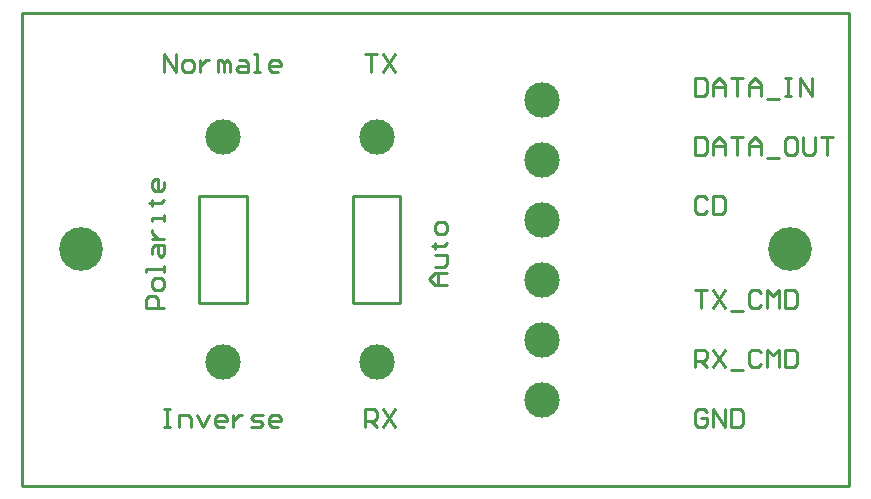
<source format=gtl>
%FSLAX25Y25*%
%MOIN*%
G70*
G01*
G75*
G04 Layer_Physical_Order=1*
G04 Layer_Color=255*
%ADD10C,0.01000*%
%ADD11C,0.14567*%
%ADD12C,0.11811*%
D10*
X346457Y257874D02*
Y259842D01*
Y257874D02*
X362205D01*
Y293307D01*
X346457D02*
X362205D01*
X346457Y259842D02*
Y293307D01*
X295276Y257874D02*
Y259842D01*
Y257874D02*
X311024D01*
Y293307D01*
X295276D02*
X311024D01*
X295276Y259842D02*
Y293307D01*
X283465Y334646D02*
Y340644D01*
X287463Y334646D01*
Y340644D01*
X290462Y334646D02*
X292462D01*
X293461Y335645D01*
Y337645D01*
X292462Y338644D01*
X290462D01*
X289463Y337645D01*
Y335645D01*
X290462Y334646D01*
X295461Y338644D02*
Y334646D01*
Y336645D01*
X296460Y337645D01*
X297460Y338644D01*
X298460D01*
X301459Y334646D02*
Y338644D01*
X302458D01*
X303458Y337645D01*
Y334646D01*
Y337645D01*
X304458Y338644D01*
X305457Y337645D01*
Y334646D01*
X308456Y338644D02*
X310456D01*
X311455Y337645D01*
Y334646D01*
X308456D01*
X307457Y335645D01*
X308456Y336645D01*
X311455D01*
X313455Y334646D02*
X315454D01*
X314455D01*
Y340644D01*
X313455D01*
X321452Y334646D02*
X319453D01*
X318453Y335645D01*
Y337645D01*
X319453Y338644D01*
X321452D01*
X322452Y337645D01*
Y336645D01*
X318453D01*
X350394Y340644D02*
X354392D01*
X352393D01*
Y334646D01*
X356392Y340644D02*
X360390Y334646D01*
Y340644D02*
X356392Y334646D01*
X350394Y216535D02*
Y222533D01*
X353393D01*
X354392Y221534D01*
Y219534D01*
X353393Y218535D01*
X350394D01*
X352393D02*
X354392Y216535D01*
X356392Y222533D02*
X360390Y216535D01*
Y222533D02*
X356392Y216535D01*
X283465Y222533D02*
X285464D01*
X284464D01*
Y216535D01*
X283465D01*
X285464D01*
X288463D02*
Y220534D01*
X291462D01*
X292462Y219534D01*
Y216535D01*
X294461Y220534D02*
X296460Y216535D01*
X298460Y220534D01*
X303458Y216535D02*
X301459D01*
X300459Y217535D01*
Y219534D01*
X301459Y220534D01*
X303458D01*
X304458Y219534D01*
Y218535D01*
X300459D01*
X306457Y220534D02*
Y216535D01*
Y218535D01*
X307457Y219534D01*
X308456Y220534D01*
X309456D01*
X312455Y216535D02*
X315454D01*
X316454Y217535D01*
X315454Y218535D01*
X313455D01*
X312455Y219534D01*
X313455Y220534D01*
X316454D01*
X321452Y216535D02*
X319453D01*
X318453Y217535D01*
Y219534D01*
X319453Y220534D01*
X321452D01*
X322452Y219534D01*
Y218535D01*
X318453D01*
X377953Y263779D02*
X373954D01*
X371955Y265779D01*
X373954Y267778D01*
X377953D01*
X374954D01*
Y263779D01*
X373954Y269778D02*
X376953D01*
X377953Y270777D01*
Y273776D01*
X373954D01*
X372954Y276775D02*
X373954D01*
Y275776D01*
Y277775D01*
Y276775D01*
X376953D01*
X377953Y277775D01*
Y281774D02*
Y283773D01*
X376953Y284773D01*
X374954D01*
X373954Y283773D01*
Y281774D01*
X374954Y280774D01*
X376953D01*
X377953Y281774D01*
X464629Y221534D02*
X463629Y222533D01*
X461630D01*
X460630Y221534D01*
Y217535D01*
X461630Y216535D01*
X463629D01*
X464629Y217535D01*
Y219534D01*
X462629D01*
X466628Y216535D02*
Y222533D01*
X470627Y216535D01*
Y222533D01*
X472626D02*
Y216535D01*
X475625D01*
X476625Y217535D01*
Y221534D01*
X475625Y222533D01*
X472626D01*
X460630Y236221D02*
Y242218D01*
X463629D01*
X464629Y241219D01*
Y239219D01*
X463629Y238220D01*
X460630D01*
X462629D02*
X464629Y236221D01*
X466628Y242218D02*
X470627Y236221D01*
Y242218D02*
X466628Y236221D01*
X472626Y235221D02*
X476625D01*
X482623Y241219D02*
X481623Y242218D01*
X479624D01*
X478624Y241219D01*
Y237220D01*
X479624Y236221D01*
X481623D01*
X482623Y237220D01*
X484622Y236221D02*
Y242218D01*
X486622Y240219D01*
X488621Y242218D01*
Y236221D01*
X490620Y242218D02*
Y236221D01*
X493619D01*
X494619Y237220D01*
Y241219D01*
X493619Y242218D01*
X490620D01*
X460630Y261904D02*
X464629D01*
X462629D01*
Y255906D01*
X466628Y261904D02*
X470627Y255906D01*
Y261904D02*
X466628Y255906D01*
X472626Y254906D02*
X476625D01*
X482623Y260904D02*
X481623Y261904D01*
X479624D01*
X478624Y260904D01*
Y256905D01*
X479624Y255906D01*
X481623D01*
X482623Y256905D01*
X484622Y255906D02*
Y261904D01*
X486622Y259904D01*
X488621Y261904D01*
Y255906D01*
X490620Y261904D02*
Y255906D01*
X493619D01*
X494619Y256905D01*
Y260904D01*
X493619Y261904D01*
X490620D01*
X464629Y292400D02*
X463629Y293400D01*
X461630D01*
X460630Y292400D01*
Y288401D01*
X461630Y287402D01*
X463629D01*
X464629Y288401D01*
X466628Y293400D02*
Y287402D01*
X469627D01*
X470627Y288401D01*
Y292400D01*
X469627Y293400D01*
X466628D01*
X460630Y313085D02*
Y307087D01*
X463629D01*
X464629Y308086D01*
Y312085D01*
X463629Y313085D01*
X460630D01*
X466628Y307087D02*
Y311085D01*
X468627Y313085D01*
X470627Y311085D01*
Y307087D01*
Y310086D01*
X466628D01*
X472626Y313085D02*
X476625D01*
X474625D01*
Y307087D01*
X478624D02*
Y311085D01*
X480623Y313085D01*
X482623Y311085D01*
Y307087D01*
Y310086D01*
X478624D01*
X484622Y306087D02*
X488621D01*
X493619Y313085D02*
X491620D01*
X490620Y312085D01*
Y308086D01*
X491620Y307087D01*
X493619D01*
X494619Y308086D01*
Y312085D01*
X493619Y313085D01*
X496618D02*
Y308086D01*
X497618Y307087D01*
X499617D01*
X500617Y308086D01*
Y313085D01*
X502616D02*
X506615D01*
X504616D01*
Y307087D01*
X460630Y332770D02*
Y326772D01*
X463629D01*
X464629Y327771D01*
Y331770D01*
X463629Y332770D01*
X460630D01*
X466628Y326772D02*
Y330770D01*
X468627Y332770D01*
X470627Y330770D01*
Y326772D01*
Y329771D01*
X466628D01*
X472626Y332770D02*
X476625D01*
X474625D01*
Y326772D01*
X478624D02*
Y330770D01*
X480623Y332770D01*
X482623Y330770D01*
Y326772D01*
Y329771D01*
X478624D01*
X484622Y325772D02*
X488621D01*
X490620Y332770D02*
X492620D01*
X491620D01*
Y326772D01*
X490620D01*
X492620D01*
X495619D02*
Y332770D01*
X499617Y326772D01*
Y332770D01*
X283465Y255906D02*
X277467D01*
Y258905D01*
X278466Y259904D01*
X280466D01*
X281465Y258905D01*
Y255906D01*
X283465Y262903D02*
Y264903D01*
X282465Y265902D01*
X280466D01*
X279466Y264903D01*
Y262903D01*
X280466Y261904D01*
X282465D01*
X283465Y262903D01*
Y267902D02*
Y269901D01*
Y268901D01*
X277467D01*
Y267902D01*
X279466Y273900D02*
Y275899D01*
X280466Y276899D01*
X283465D01*
Y273900D01*
X282465Y272900D01*
X281465Y273900D01*
Y276899D01*
X279466Y278898D02*
X283465D01*
X281465D01*
X280466Y279898D01*
X279466Y280897D01*
Y281897D01*
X283465Y284896D02*
Y286895D01*
Y285896D01*
X279466D01*
Y284896D01*
X278466Y290894D02*
X279466D01*
Y289895D01*
Y291894D01*
Y290894D01*
X282465D01*
X283465Y291894D01*
Y297892D02*
Y295893D01*
X282465Y294893D01*
X280466D01*
X279466Y295893D01*
Y297892D01*
X280466Y298892D01*
X281465D01*
Y294893D01*
X236221Y196850D02*
X511811D01*
Y354331D01*
X236221D02*
X511811D01*
X236221Y196850D02*
Y354331D01*
D11*
X255906Y275590D02*
D03*
X492126D02*
D03*
D12*
X409449Y225433D02*
D03*
Y245433D02*
D03*
Y325433D02*
D03*
Y305433D02*
D03*
Y265433D02*
D03*
Y285433D02*
D03*
X354331Y312992D02*
D03*
Y238189D02*
D03*
X303150Y312992D02*
D03*
Y238189D02*
D03*
M02*

</source>
